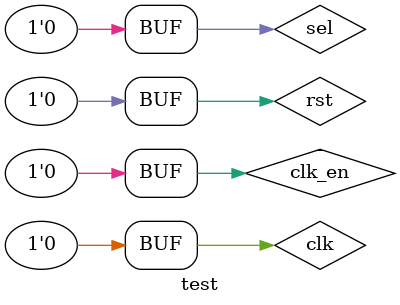
<source format=v>
`timescale 1ns / 1ps


module test;

	// Inputs
	reg clk;
	reg rst;
	reg clk_en;
	reg [0:0] sel;

	// Outputs
	wire [11:0] sal;
	wire [3:0] sal_aux;

	// Instantiate the Unit Under Test (UUT)
	contador_BCD uut (
		.clk(clk), 
		.rst(rst), 
		.clk_en(clk_en), 
		.sel(sel), 
		.sal(sal), 
		.sal_aux(sal_aux)
	);

	initial begin
		// Initialize Inputs
		clk = 0;
		rst = 0;
		clk_en = 0;
		sel = 0;

		// Wait 100 ns for global reset to finish
		#100;
        
		// Add stimulus here

	end
      
endmodule


</source>
